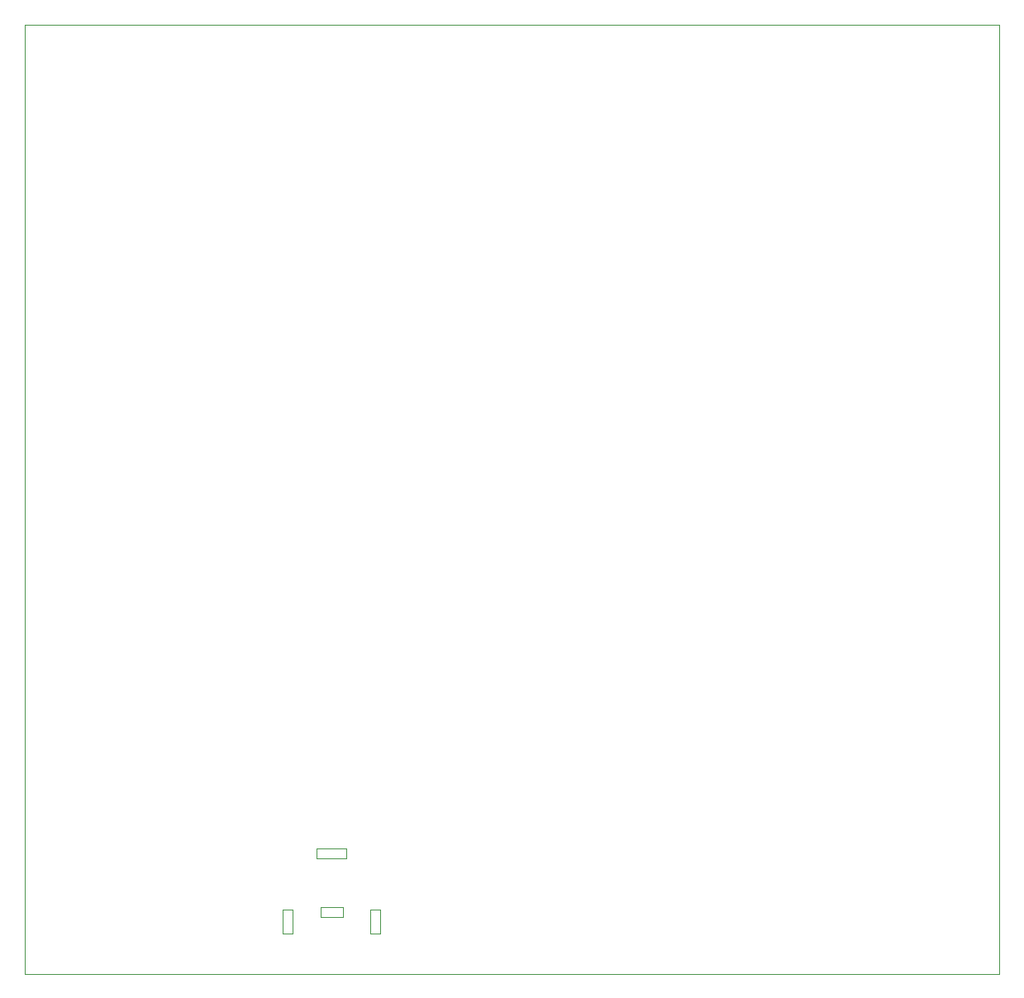
<source format=gbr>
%TF.GenerationSoftware,KiCad,Pcbnew,(6.0.1)*%
%TF.CreationDate,2022-10-30T18:49:11+02:00*%
%TF.ProjectId,stairway-to-heaven-pcb,73746169-7277-4617-992d-746f2d686561,rev?*%
%TF.SameCoordinates,Original*%
%TF.FileFunction,Profile,NP*%
%FSLAX46Y46*%
G04 Gerber Fmt 4.6, Leading zero omitted, Abs format (unit mm)*
G04 Created by KiCad (PCBNEW (6.0.1)) date 2022-10-30 18:49:11*
%MOMM*%
%LPD*%
G01*
G04 APERTURE LIST*
%TA.AperFunction,Profile*%
%ADD10C,0.100000*%
%TD*%
%TA.AperFunction,Profile*%
%ADD11C,0.001000*%
%TD*%
G04 APERTURE END LIST*
D10*
X101219000Y-41529000D02*
X201041000Y-41529000D01*
X201041000Y-41529000D02*
X201041000Y-138811000D01*
X201041000Y-138811000D02*
X101219000Y-138811000D01*
X101219000Y-138811000D02*
X101219000Y-41529000D01*
D11*
%TO.C,J15*%
X133784600Y-132977000D02*
X131484600Y-132977000D01*
X128634600Y-134727000D02*
X127634600Y-134727000D01*
X131134600Y-126977000D02*
X131134600Y-125977000D01*
X131134600Y-125977000D02*
X134134600Y-125977000D01*
X127634600Y-134727000D02*
X127634600Y-132227000D01*
X134134600Y-126977000D02*
X131134600Y-126977000D01*
X131484600Y-131977000D02*
X133784600Y-131977000D01*
X136634600Y-134727000D02*
X136634600Y-132227000D01*
X127634600Y-132227000D02*
X128634600Y-132227000D01*
X137634600Y-132227000D02*
X137634600Y-134727000D01*
X134134600Y-125977000D02*
X134134600Y-126977000D01*
X136634600Y-132227000D02*
X137634600Y-132227000D01*
X137634600Y-134727000D02*
X136634600Y-134727000D01*
X131484600Y-132977000D02*
X131484600Y-131977000D01*
X133784600Y-131977000D02*
X133784600Y-132977000D01*
X128634600Y-132227000D02*
X128634600Y-134727000D01*
%TD*%
M02*

</source>
